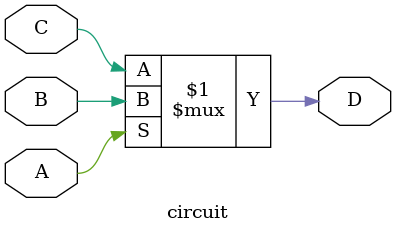
<source format=sv>


module tb;
  reg A, B, C;
  wire D;
  initial begin 
    $dumpfile("dump.vcd");
    $dumpvars(1, tb);
    A = 0;
    B = 0;
    C = 1;
    #20 $stop;
  end 
  always #5 A = ~A;
  circuit U1(D, A, B, C);
endmodule

// Design

module circuit(output D, input A, B, C);
	assign D = A ? B : C;  
endmodule

// Code by arcenter
// https://github.com/arcenter/UniCode/
</source>
